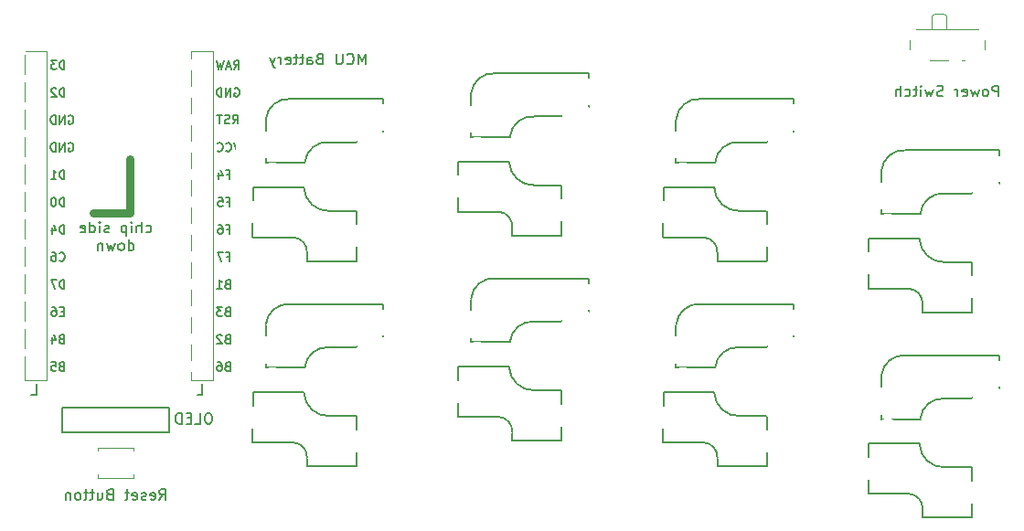
<source format=gbr>
%TF.GenerationSoftware,KiCad,Pcbnew,(5.1.10)-1*%
%TF.CreationDate,2021-09-16T21:08:08-04:00*%
%TF.ProjectId,small-paintbrush-hotswap,736d616c-6c2d-4706-9169-6e7462727573,rev?*%
%TF.SameCoordinates,Original*%
%TF.FileFunction,Legend,Bot*%
%TF.FilePolarity,Positive*%
%FSLAX46Y46*%
G04 Gerber Fmt 4.6, Leading zero omitted, Abs format (unit mm)*
G04 Created by KiCad (PCBNEW (5.1.10)-1) date 2021-09-16 21:08:08*
%MOMM*%
%LPD*%
G01*
G04 APERTURE LIST*
%ADD10C,0.150000*%
%ADD11C,0.120000*%
%ADD12C,0.200000*%
%ADD13C,0.750000*%
%ADD14C,2.100000*%
%ADD15C,0.100000*%
%ADD16C,3.000000*%
%ADD17C,0.100000*%
%ADD18R,2.000000X2.000000*%
%ADD19R,1.900000X2.000000*%
%ADD20C,4.000000*%
%ADD21C,1.900000*%
%ADD22C,1.700000*%
%ADD23C,1.752600*%
%ADD24O,1.700000X1.700000*%
%ADD25R,1.700000X1.700000*%
%ADD26C,0.900000*%
%ADD27R,0.900000X1.700000*%
%ADD28R,1.000000X0.800000*%
%ADD29R,0.700000X1.500000*%
G04 APERTURE END LIST*
D10*
X88703259Y-39124185D02*
X88798497Y-39171804D01*
X88988974Y-39171804D01*
X89084212Y-39124185D01*
X89131831Y-39076566D01*
X89179450Y-38981328D01*
X89179450Y-38695614D01*
X89131831Y-38600376D01*
X89084212Y-38552757D01*
X88988974Y-38505138D01*
X88798497Y-38505138D01*
X88703259Y-38552757D01*
X88274688Y-39171804D02*
X88274688Y-38171804D01*
X87846116Y-39171804D02*
X87846116Y-38647995D01*
X87893736Y-38552757D01*
X87988974Y-38505138D01*
X88131831Y-38505138D01*
X88227069Y-38552757D01*
X88274688Y-38600376D01*
X87369926Y-39171804D02*
X87369926Y-38505138D01*
X87369926Y-38171804D02*
X87417545Y-38219424D01*
X87369926Y-38267043D01*
X87322307Y-38219424D01*
X87369926Y-38171804D01*
X87369926Y-38267043D01*
X86893736Y-38505138D02*
X86893736Y-39505138D01*
X86893736Y-38552757D02*
X86798497Y-38505138D01*
X86608021Y-38505138D01*
X86512783Y-38552757D01*
X86465164Y-38600376D01*
X86417545Y-38695614D01*
X86417545Y-38981328D01*
X86465164Y-39076566D01*
X86512783Y-39124185D01*
X86608021Y-39171804D01*
X86798497Y-39171804D01*
X86893736Y-39124185D01*
X85274688Y-39124185D02*
X85179450Y-39171804D01*
X84988974Y-39171804D01*
X84893736Y-39124185D01*
X84846116Y-39028947D01*
X84846116Y-38981328D01*
X84893736Y-38886090D01*
X84988974Y-38838471D01*
X85131831Y-38838471D01*
X85227069Y-38790852D01*
X85274688Y-38695614D01*
X85274688Y-38647995D01*
X85227069Y-38552757D01*
X85131831Y-38505138D01*
X84988974Y-38505138D01*
X84893736Y-38552757D01*
X84417545Y-39171804D02*
X84417545Y-38505138D01*
X84417545Y-38171804D02*
X84465164Y-38219424D01*
X84417545Y-38267043D01*
X84369926Y-38219424D01*
X84417545Y-38171804D01*
X84417545Y-38267043D01*
X83512783Y-39171804D02*
X83512783Y-38171804D01*
X83512783Y-39124185D02*
X83608021Y-39171804D01*
X83798497Y-39171804D01*
X83893736Y-39124185D01*
X83941355Y-39076566D01*
X83988974Y-38981328D01*
X83988974Y-38695614D01*
X83941355Y-38600376D01*
X83893736Y-38552757D01*
X83798497Y-38505138D01*
X83608021Y-38505138D01*
X83512783Y-38552757D01*
X82655640Y-39124185D02*
X82750878Y-39171804D01*
X82941355Y-39171804D01*
X83036593Y-39124185D01*
X83084212Y-39028947D01*
X83084212Y-38647995D01*
X83036593Y-38552757D01*
X82941355Y-38505138D01*
X82750878Y-38505138D01*
X82655640Y-38552757D01*
X82608021Y-38647995D01*
X82608021Y-38743233D01*
X83084212Y-38838471D01*
X87108021Y-40821804D02*
X87108021Y-39821804D01*
X87108021Y-40774185D02*
X87203259Y-40821804D01*
X87393735Y-40821804D01*
X87488974Y-40774185D01*
X87536593Y-40726566D01*
X87584212Y-40631328D01*
X87584212Y-40345614D01*
X87536593Y-40250376D01*
X87488974Y-40202757D01*
X87393735Y-40155138D01*
X87203259Y-40155138D01*
X87108021Y-40202757D01*
X86488974Y-40821804D02*
X86584212Y-40774185D01*
X86631831Y-40726566D01*
X86679450Y-40631328D01*
X86679450Y-40345614D01*
X86631831Y-40250376D01*
X86584212Y-40202757D01*
X86488974Y-40155138D01*
X86346116Y-40155138D01*
X86250878Y-40202757D01*
X86203259Y-40250376D01*
X86155640Y-40345614D01*
X86155640Y-40631328D01*
X86203259Y-40726566D01*
X86250878Y-40774185D01*
X86346116Y-40821804D01*
X86488974Y-40821804D01*
X85822307Y-40155138D02*
X85631831Y-40821804D01*
X85441355Y-40345614D01*
X85250878Y-40821804D01*
X85060402Y-40155138D01*
X84679450Y-40155138D02*
X84679450Y-40821804D01*
X84679450Y-40250376D02*
X84631831Y-40202757D01*
X84536593Y-40155138D01*
X84393735Y-40155138D01*
X84298497Y-40202757D01*
X84250878Y-40297995D01*
X84250878Y-40821804D01*
X109052688Y-23591804D02*
X109052688Y-22591804D01*
X108719355Y-23306090D01*
X108386021Y-22591804D01*
X108386021Y-23591804D01*
X107338402Y-23496566D02*
X107386021Y-23544185D01*
X107528878Y-23591804D01*
X107624116Y-23591804D01*
X107766974Y-23544185D01*
X107862212Y-23448947D01*
X107909831Y-23353709D01*
X107957450Y-23163233D01*
X107957450Y-23020376D01*
X107909831Y-22829900D01*
X107862212Y-22734662D01*
X107766974Y-22639424D01*
X107624116Y-22591804D01*
X107528878Y-22591804D01*
X107386021Y-22639424D01*
X107338402Y-22687043D01*
X106909831Y-22591804D02*
X106909831Y-23401328D01*
X106862212Y-23496566D01*
X106814593Y-23544185D01*
X106719355Y-23591804D01*
X106528878Y-23591804D01*
X106433640Y-23544185D01*
X106386021Y-23496566D01*
X106338402Y-23401328D01*
X106338402Y-22591804D01*
X104766974Y-23067995D02*
X104624116Y-23115614D01*
X104576497Y-23163233D01*
X104528878Y-23258471D01*
X104528878Y-23401328D01*
X104576497Y-23496566D01*
X104624116Y-23544185D01*
X104719355Y-23591804D01*
X105100307Y-23591804D01*
X105100307Y-22591804D01*
X104766974Y-22591804D01*
X104671736Y-22639424D01*
X104624116Y-22687043D01*
X104576497Y-22782281D01*
X104576497Y-22877519D01*
X104624116Y-22972757D01*
X104671736Y-23020376D01*
X104766974Y-23067995D01*
X105100307Y-23067995D01*
X103671736Y-23591804D02*
X103671736Y-23067995D01*
X103719355Y-22972757D01*
X103814593Y-22925138D01*
X104005069Y-22925138D01*
X104100307Y-22972757D01*
X103671736Y-23544185D02*
X103766974Y-23591804D01*
X104005069Y-23591804D01*
X104100307Y-23544185D01*
X104147926Y-23448947D01*
X104147926Y-23353709D01*
X104100307Y-23258471D01*
X104005069Y-23210852D01*
X103766974Y-23210852D01*
X103671736Y-23163233D01*
X103338402Y-22925138D02*
X102957450Y-22925138D01*
X103195545Y-22591804D02*
X103195545Y-23448947D01*
X103147926Y-23544185D01*
X103052688Y-23591804D01*
X102957450Y-23591804D01*
X102766974Y-22925138D02*
X102386021Y-22925138D01*
X102624116Y-22591804D02*
X102624116Y-23448947D01*
X102576497Y-23544185D01*
X102481259Y-23591804D01*
X102386021Y-23591804D01*
X101671736Y-23544185D02*
X101766974Y-23591804D01*
X101957450Y-23591804D01*
X102052688Y-23544185D01*
X102100307Y-23448947D01*
X102100307Y-23067995D01*
X102052688Y-22972757D01*
X101957450Y-22925138D01*
X101766974Y-22925138D01*
X101671736Y-22972757D01*
X101624116Y-23067995D01*
X101624116Y-23163233D01*
X102100307Y-23258471D01*
X101195545Y-23591804D02*
X101195545Y-22925138D01*
X101195545Y-23115614D02*
X101147926Y-23020376D01*
X101100307Y-22972757D01*
X101005069Y-22925138D01*
X100909831Y-22925138D01*
X100671736Y-22925138D02*
X100433640Y-23591804D01*
X100195545Y-22925138D02*
X100433640Y-23591804D01*
X100528878Y-23829900D01*
X100576497Y-23877519D01*
X100671736Y-23925138D01*
X89949355Y-63944804D02*
X90282688Y-63468614D01*
X90520783Y-63944804D02*
X90520783Y-62944804D01*
X90139831Y-62944804D01*
X90044593Y-62992424D01*
X89996974Y-63040043D01*
X89949355Y-63135281D01*
X89949355Y-63278138D01*
X89996974Y-63373376D01*
X90044593Y-63420995D01*
X90139831Y-63468614D01*
X90520783Y-63468614D01*
X89139831Y-63897185D02*
X89235069Y-63944804D01*
X89425545Y-63944804D01*
X89520783Y-63897185D01*
X89568402Y-63801947D01*
X89568402Y-63420995D01*
X89520783Y-63325757D01*
X89425545Y-63278138D01*
X89235069Y-63278138D01*
X89139831Y-63325757D01*
X89092212Y-63420995D01*
X89092212Y-63516233D01*
X89568402Y-63611471D01*
X88711259Y-63897185D02*
X88616021Y-63944804D01*
X88425545Y-63944804D01*
X88330307Y-63897185D01*
X88282688Y-63801947D01*
X88282688Y-63754328D01*
X88330307Y-63659090D01*
X88425545Y-63611471D01*
X88568402Y-63611471D01*
X88663640Y-63563852D01*
X88711259Y-63468614D01*
X88711259Y-63420995D01*
X88663640Y-63325757D01*
X88568402Y-63278138D01*
X88425545Y-63278138D01*
X88330307Y-63325757D01*
X87473164Y-63897185D02*
X87568402Y-63944804D01*
X87758878Y-63944804D01*
X87854116Y-63897185D01*
X87901736Y-63801947D01*
X87901736Y-63420995D01*
X87854116Y-63325757D01*
X87758878Y-63278138D01*
X87568402Y-63278138D01*
X87473164Y-63325757D01*
X87425545Y-63420995D01*
X87425545Y-63516233D01*
X87901736Y-63611471D01*
X87139831Y-63278138D02*
X86758878Y-63278138D01*
X86996974Y-62944804D02*
X86996974Y-63801947D01*
X86949355Y-63897185D01*
X86854116Y-63944804D01*
X86758878Y-63944804D01*
X85330307Y-63420995D02*
X85187450Y-63468614D01*
X85139831Y-63516233D01*
X85092212Y-63611471D01*
X85092212Y-63754328D01*
X85139831Y-63849566D01*
X85187450Y-63897185D01*
X85282688Y-63944804D01*
X85663640Y-63944804D01*
X85663640Y-62944804D01*
X85330307Y-62944804D01*
X85235069Y-62992424D01*
X85187450Y-63040043D01*
X85139831Y-63135281D01*
X85139831Y-63230519D01*
X85187450Y-63325757D01*
X85235069Y-63373376D01*
X85330307Y-63420995D01*
X85663640Y-63420995D01*
X84235069Y-63278138D02*
X84235069Y-63944804D01*
X84663640Y-63278138D02*
X84663640Y-63801947D01*
X84616021Y-63897185D01*
X84520783Y-63944804D01*
X84377926Y-63944804D01*
X84282688Y-63897185D01*
X84235069Y-63849566D01*
X83901736Y-63278138D02*
X83520783Y-63278138D01*
X83758878Y-62944804D02*
X83758878Y-63801947D01*
X83711259Y-63897185D01*
X83616021Y-63944804D01*
X83520783Y-63944804D01*
X83330307Y-63278138D02*
X82949355Y-63278138D01*
X83187450Y-62944804D02*
X83187450Y-63801947D01*
X83139831Y-63897185D01*
X83044593Y-63944804D01*
X82949355Y-63944804D01*
X82473164Y-63944804D02*
X82568402Y-63897185D01*
X82616021Y-63849566D01*
X82663640Y-63754328D01*
X82663640Y-63468614D01*
X82616021Y-63373376D01*
X82568402Y-63325757D01*
X82473164Y-63278138D01*
X82330307Y-63278138D01*
X82235069Y-63325757D01*
X82187450Y-63373376D01*
X82139831Y-63468614D01*
X82139831Y-63754328D01*
X82187450Y-63849566D01*
X82235069Y-63897185D01*
X82330307Y-63944804D01*
X82473164Y-63944804D01*
X81711259Y-63278138D02*
X81711259Y-63944804D01*
X81711259Y-63373376D02*
X81663640Y-63325757D01*
X81568402Y-63278138D01*
X81425545Y-63278138D01*
X81330307Y-63325757D01*
X81282688Y-63420995D01*
X81282688Y-63944804D01*
X167663641Y-26551805D02*
X167663641Y-25551805D01*
X167282689Y-25551805D01*
X167187451Y-25599425D01*
X167139832Y-25647044D01*
X167092213Y-25742282D01*
X167092213Y-25885139D01*
X167139832Y-25980377D01*
X167187451Y-26027996D01*
X167282689Y-26075615D01*
X167663641Y-26075615D01*
X166520784Y-26551805D02*
X166616022Y-26504186D01*
X166663641Y-26456567D01*
X166711260Y-26361329D01*
X166711260Y-26075615D01*
X166663641Y-25980377D01*
X166616022Y-25932758D01*
X166520784Y-25885139D01*
X166377927Y-25885139D01*
X166282689Y-25932758D01*
X166235070Y-25980377D01*
X166187451Y-26075615D01*
X166187451Y-26361329D01*
X166235070Y-26456567D01*
X166282689Y-26504186D01*
X166377927Y-26551805D01*
X166520784Y-26551805D01*
X165854117Y-25885139D02*
X165663641Y-26551805D01*
X165473165Y-26075615D01*
X165282689Y-26551805D01*
X165092213Y-25885139D01*
X164330308Y-26504186D02*
X164425546Y-26551805D01*
X164616022Y-26551805D01*
X164711260Y-26504186D01*
X164758879Y-26408948D01*
X164758879Y-26027996D01*
X164711260Y-25932758D01*
X164616022Y-25885139D01*
X164425546Y-25885139D01*
X164330308Y-25932758D01*
X164282689Y-26027996D01*
X164282689Y-26123234D01*
X164758879Y-26218472D01*
X163854117Y-26551805D02*
X163854117Y-25885139D01*
X163854117Y-26075615D02*
X163806498Y-25980377D01*
X163758879Y-25932758D01*
X163663641Y-25885139D01*
X163568403Y-25885139D01*
X162520784Y-26504186D02*
X162377927Y-26551805D01*
X162139832Y-26551805D01*
X162044594Y-26504186D01*
X161996975Y-26456567D01*
X161949356Y-26361329D01*
X161949356Y-26266091D01*
X161996975Y-26170853D01*
X162044594Y-26123234D01*
X162139832Y-26075615D01*
X162330308Y-26027996D01*
X162425546Y-25980377D01*
X162473165Y-25932758D01*
X162520784Y-25837520D01*
X162520784Y-25742282D01*
X162473165Y-25647044D01*
X162425546Y-25599425D01*
X162330308Y-25551805D01*
X162092213Y-25551805D01*
X161949356Y-25599425D01*
X161616022Y-25885139D02*
X161425546Y-26551805D01*
X161235070Y-26075615D01*
X161044594Y-26551805D01*
X160854117Y-25885139D01*
X160473165Y-26551805D02*
X160473165Y-25885139D01*
X160473165Y-25551805D02*
X160520784Y-25599425D01*
X160473165Y-25647044D01*
X160425546Y-25599425D01*
X160473165Y-25551805D01*
X160473165Y-25647044D01*
X160139832Y-25885139D02*
X159758879Y-25885139D01*
X159996975Y-25551805D02*
X159996975Y-26408948D01*
X159949356Y-26504186D01*
X159854117Y-26551805D01*
X159758879Y-26551805D01*
X158996975Y-26504186D02*
X159092213Y-26551805D01*
X159282689Y-26551805D01*
X159377927Y-26504186D01*
X159425546Y-26456567D01*
X159473165Y-26361329D01*
X159473165Y-26075615D01*
X159425546Y-25980377D01*
X159377927Y-25932758D01*
X159282689Y-25885139D01*
X159092213Y-25885139D01*
X158996975Y-25932758D01*
X158568403Y-26551805D02*
X158568403Y-25551805D01*
X158139832Y-26551805D02*
X158139832Y-26027996D01*
X158187451Y-25932758D01*
X158282689Y-25885139D01*
X158425546Y-25885139D01*
X158520784Y-25932758D01*
X158568403Y-25980377D01*
X93458212Y-54220804D02*
X93934402Y-54220804D01*
X93934402Y-53220804D01*
X78091212Y-54220804D02*
X78567402Y-54220804D01*
X78567402Y-53220804D01*
D11*
X94910736Y-22399424D02*
X92878736Y-22399424D01*
X94910736Y-52879424D02*
X94910736Y-22399424D01*
X92878736Y-52879424D02*
X94910736Y-52879424D01*
X92878736Y-22399424D02*
X92878736Y-52879424D01*
X77511736Y-22399424D02*
X79543736Y-22399424D01*
X77511736Y-52879424D02*
X77511736Y-22399424D01*
X79543736Y-52879424D02*
X77511736Y-52879424D01*
X79543736Y-22399424D02*
X79543736Y-52879424D01*
D10*
X94585116Y-55887804D02*
X94394640Y-55887804D01*
X94299402Y-55935424D01*
X94204164Y-56030662D01*
X94156545Y-56221138D01*
X94156545Y-56554471D01*
X94204164Y-56744947D01*
X94299402Y-56840185D01*
X94394640Y-56887804D01*
X94585116Y-56887804D01*
X94680355Y-56840185D01*
X94775593Y-56744947D01*
X94823212Y-56554471D01*
X94823212Y-56221138D01*
X94775593Y-56030662D01*
X94680355Y-55935424D01*
X94585116Y-55887804D01*
X93251783Y-56887804D02*
X93727974Y-56887804D01*
X93727974Y-55887804D01*
X92918450Y-56363995D02*
X92585116Y-56363995D01*
X92442259Y-56887804D02*
X92918450Y-56887804D01*
X92918450Y-55887804D01*
X92442259Y-55887804D01*
X92013688Y-56887804D02*
X92013688Y-55887804D01*
X91775593Y-55887804D01*
X91632736Y-55935424D01*
X91537497Y-56030662D01*
X91489878Y-56125900D01*
X91442259Y-56316376D01*
X91442259Y-56459233D01*
X91489878Y-56649709D01*
X91537497Y-56744947D01*
X91632736Y-56840185D01*
X91775593Y-56887804D01*
X92013688Y-56887804D01*
D12*
X90846736Y-57705424D02*
X90846736Y-55419424D01*
X80940736Y-57705424D02*
X80940736Y-55419424D01*
X90846736Y-57705424D02*
X80940736Y-57705424D01*
X80940736Y-55419424D02*
X90846736Y-55419424D01*
D13*
X83854069Y-37361328D02*
X87187402Y-37361328D01*
X87187402Y-32361328D01*
D10*
%TO.C,KEY4*%
X156801737Y-37453424D02*
X160411737Y-37453424D01*
X156801737Y-33499424D02*
X156801737Y-37444424D01*
X167701737Y-31545424D02*
X159076737Y-31545424D01*
X167701737Y-35453424D02*
X167701737Y-31545424D01*
X167701737Y-35499424D02*
X162651737Y-35545424D01*
X165176737Y-46574424D02*
X160626737Y-46574424D01*
X165176737Y-41924424D02*
X162626737Y-41924424D01*
X160326737Y-39724424D02*
X155626737Y-39724424D01*
X159401737Y-44374424D02*
X155626737Y-44374424D01*
X165201737Y-41949423D02*
X165201737Y-46549424D01*
X155626737Y-39749424D02*
X155601738Y-44349424D01*
X160621737Y-45849424D02*
X160621737Y-46549424D01*
X160621737Y-45799424D02*
G75*
G03*
X159401737Y-44379424I-1320000J100000D01*
G01*
X160331737Y-39749424D02*
G75*
G03*
X162701737Y-41919424I2270000J100000D01*
G01*
X160416738Y-37429423D02*
G75*
G02*
X162676737Y-35549424I2069999J-190000D01*
G01*
X156812737Y-33429424D02*
G75*
G02*
X159076737Y-31545424I2074000J-190000D01*
G01*
%TO.C,KEY8*%
X156801739Y-56453423D02*
X160411739Y-56453423D01*
X156801739Y-52499423D02*
X156801739Y-56444423D01*
X167701739Y-50545423D02*
X159076739Y-50545423D01*
X167701739Y-54453423D02*
X167701739Y-50545423D01*
X167701739Y-54499423D02*
X162651739Y-54545423D01*
X165176739Y-65574423D02*
X160626739Y-65574423D01*
X165176739Y-60924423D02*
X162626739Y-60924423D01*
X160326739Y-58724423D02*
X155626739Y-58724423D01*
X159401739Y-63374423D02*
X155626739Y-63374423D01*
X165201739Y-60949422D02*
X165201739Y-65549423D01*
X155626739Y-58749423D02*
X155601740Y-63349423D01*
X160621739Y-64849423D02*
X160621739Y-65549423D01*
X160621739Y-64799423D02*
G75*
G03*
X159401739Y-63379423I-1320000J100000D01*
G01*
X160331739Y-58749423D02*
G75*
G03*
X162701739Y-60919423I2270000J100000D01*
G01*
X160416740Y-56429422D02*
G75*
G02*
X162676739Y-54549423I2069999J-190000D01*
G01*
X156812739Y-52429423D02*
G75*
G02*
X159076739Y-50545423I2074000J-190000D01*
G01*
%TO.C,KEY7*%
X137801739Y-51703426D02*
X141411739Y-51703426D01*
X137801739Y-47749426D02*
X137801739Y-51694426D01*
X148701739Y-45795426D02*
X140076739Y-45795426D01*
X148701739Y-49703426D02*
X148701739Y-45795426D01*
X148701739Y-49749426D02*
X143651739Y-49795426D01*
X146176739Y-60824426D02*
X141626739Y-60824426D01*
X146176739Y-56174426D02*
X143626739Y-56174426D01*
X141326739Y-53974426D02*
X136626739Y-53974426D01*
X140401739Y-58624426D02*
X136626739Y-58624426D01*
X146201739Y-56199425D02*
X146201739Y-60799426D01*
X136626739Y-53999426D02*
X136601740Y-58599426D01*
X141621739Y-60099426D02*
X141621739Y-60799426D01*
X141621739Y-60049426D02*
G75*
G03*
X140401739Y-58629426I-1320000J100000D01*
G01*
X141331739Y-53999426D02*
G75*
G03*
X143701739Y-56169426I2270000J100000D01*
G01*
X141416740Y-51679425D02*
G75*
G02*
X143676739Y-49799426I2069999J-190000D01*
G01*
X137812739Y-47679426D02*
G75*
G02*
X140076739Y-45795426I2074000J-190000D01*
G01*
%TO.C,KEY6*%
X118801739Y-49323424D02*
X122411739Y-49323424D01*
X118801739Y-45369424D02*
X118801739Y-49314424D01*
X129701739Y-43415424D02*
X121076739Y-43415424D01*
X129701739Y-47323424D02*
X129701739Y-43415424D01*
X129701739Y-47369424D02*
X124651739Y-47415424D01*
X127176739Y-58444424D02*
X122626739Y-58444424D01*
X127176739Y-53794424D02*
X124626739Y-53794424D01*
X122326739Y-51594424D02*
X117626739Y-51594424D01*
X121401739Y-56244424D02*
X117626739Y-56244424D01*
X127201739Y-53819423D02*
X127201739Y-58419424D01*
X117626739Y-51619424D02*
X117601740Y-56219424D01*
X122621739Y-57719424D02*
X122621739Y-58419424D01*
X122621739Y-57669424D02*
G75*
G03*
X121401739Y-56249424I-1320000J100000D01*
G01*
X122331739Y-51619424D02*
G75*
G03*
X124701739Y-53789424I2270000J100000D01*
G01*
X122416740Y-49299423D02*
G75*
G02*
X124676739Y-47419424I2069999J-190000D01*
G01*
X118812739Y-45299424D02*
G75*
G02*
X121076739Y-43415424I2074000J-190000D01*
G01*
%TO.C,KEY5*%
X99801736Y-51703424D02*
X103411736Y-51703424D01*
X99801736Y-47749424D02*
X99801736Y-51694424D01*
X110701736Y-45795424D02*
X102076736Y-45795424D01*
X110701736Y-49703424D02*
X110701736Y-45795424D01*
X110701736Y-49749424D02*
X105651736Y-49795424D01*
X108176736Y-60824424D02*
X103626736Y-60824424D01*
X108176736Y-56174424D02*
X105626736Y-56174424D01*
X103326736Y-53974424D02*
X98626736Y-53974424D01*
X102401736Y-58624424D02*
X98626736Y-58624424D01*
X108201736Y-56199423D02*
X108201736Y-60799424D01*
X98626736Y-53999424D02*
X98601737Y-58599424D01*
X103621736Y-60099424D02*
X103621736Y-60799424D01*
X103621736Y-60049424D02*
G75*
G03*
X102401736Y-58629424I-1320000J100000D01*
G01*
X103331736Y-53999424D02*
G75*
G03*
X105701736Y-56169424I2270000J100000D01*
G01*
X103416737Y-51679423D02*
G75*
G02*
X105676736Y-49799424I2069999J-190000D01*
G01*
X99812736Y-47679424D02*
G75*
G02*
X102076736Y-45795424I2074000J-190000D01*
G01*
%TO.C,KEY3*%
X137801739Y-32703426D02*
X141411739Y-32703426D01*
X137801739Y-28749426D02*
X137801739Y-32694426D01*
X148701739Y-26795426D02*
X140076739Y-26795426D01*
X148701739Y-30703426D02*
X148701739Y-26795426D01*
X148701739Y-30749426D02*
X143651739Y-30795426D01*
X146176739Y-41824426D02*
X141626739Y-41824426D01*
X146176739Y-37174426D02*
X143626739Y-37174426D01*
X141326739Y-34974426D02*
X136626739Y-34974426D01*
X140401739Y-39624426D02*
X136626739Y-39624426D01*
X146201739Y-37199425D02*
X146201739Y-41799426D01*
X136626739Y-34999426D02*
X136601740Y-39599426D01*
X141621739Y-41099426D02*
X141621739Y-41799426D01*
X141621739Y-41049426D02*
G75*
G03*
X140401739Y-39629426I-1320000J100000D01*
G01*
X141331739Y-34999426D02*
G75*
G03*
X143701739Y-37169426I2270000J100000D01*
G01*
X141416740Y-32679425D02*
G75*
G02*
X143676739Y-30799426I2069999J-190000D01*
G01*
X137812739Y-28679426D02*
G75*
G02*
X140076739Y-26795426I2074000J-190000D01*
G01*
%TO.C,KEY2*%
X118801737Y-30323424D02*
X122411737Y-30323424D01*
X118801737Y-26369424D02*
X118801737Y-30314424D01*
X129701737Y-24415424D02*
X121076737Y-24415424D01*
X129701737Y-28323424D02*
X129701737Y-24415424D01*
X129701737Y-28369424D02*
X124651737Y-28415424D01*
X127176737Y-39444424D02*
X122626737Y-39444424D01*
X127176737Y-34794424D02*
X124626737Y-34794424D01*
X122326737Y-32594424D02*
X117626737Y-32594424D01*
X121401737Y-37244424D02*
X117626737Y-37244424D01*
X127201737Y-34819423D02*
X127201737Y-39419424D01*
X117626737Y-32619424D02*
X117601738Y-37219424D01*
X122621737Y-38719424D02*
X122621737Y-39419424D01*
X122621737Y-38669424D02*
G75*
G03*
X121401737Y-37249424I-1320000J100000D01*
G01*
X122331737Y-32619424D02*
G75*
G03*
X124701737Y-34789424I2270000J100000D01*
G01*
X122416738Y-30299423D02*
G75*
G02*
X124676737Y-28419424I2069999J-190000D01*
G01*
X118812737Y-26299424D02*
G75*
G02*
X121076737Y-24415424I2074000J-190000D01*
G01*
%TO.C,KEY1*%
X99801737Y-32703424D02*
X103411737Y-32703424D01*
X99801737Y-28749424D02*
X99801737Y-32694424D01*
X110701737Y-26795424D02*
X102076737Y-26795424D01*
X110701737Y-30703424D02*
X110701737Y-26795424D01*
X110701737Y-30749424D02*
X105651737Y-30795424D01*
X108176737Y-41824424D02*
X103626737Y-41824424D01*
X108176737Y-37174424D02*
X105626737Y-37174424D01*
X103326737Y-34974424D02*
X98626737Y-34974424D01*
X102401737Y-39624424D02*
X98626737Y-39624424D01*
X108201737Y-37199423D02*
X108201737Y-41799424D01*
X98626737Y-34999424D02*
X98601738Y-39599424D01*
X103621737Y-41099424D02*
X103621737Y-41799424D01*
X103621737Y-41049424D02*
G75*
G03*
X102401737Y-39629424I-1320000J100000D01*
G01*
X103331737Y-34999424D02*
G75*
G03*
X105701737Y-37169424I2270000J100000D01*
G01*
X103416738Y-32679423D02*
G75*
G02*
X105676737Y-30799424I2069999J-190000D01*
G01*
X99812737Y-28679424D02*
G75*
G02*
X102076737Y-26795424I2074000J-190000D01*
G01*
D11*
%TO.C,PUSH1*%
X87551736Y-61592424D02*
X87551736Y-61892424D01*
X87551736Y-61892424D02*
X84251736Y-61892424D01*
X84251736Y-61892424D02*
X84251736Y-61592424D01*
X87551736Y-59392424D02*
X87551736Y-59092424D01*
X87551736Y-59092424D02*
X84251736Y-59092424D01*
X84251736Y-59092424D02*
X84251736Y-59392424D01*
%TO.C,SW1*%
X164301737Y-23219424D02*
X164501737Y-23219424D01*
X161501737Y-19079424D02*
X161701737Y-18869424D01*
X162801737Y-19079424D02*
X162601737Y-18869424D01*
X161501737Y-20369424D02*
X161501737Y-19079424D01*
X161701737Y-18869424D02*
X162601737Y-18869424D01*
X162801737Y-19079424D02*
X162801737Y-20369424D01*
X160051737Y-20369424D02*
X165751737Y-20369424D01*
X161301737Y-23219424D02*
X163001737Y-23219424D01*
X159451737Y-22169424D02*
X159451737Y-21379424D01*
X166351737Y-21379424D02*
X166351737Y-22169424D01*
%TO.C,U1*%
D10*
X81150212Y-24031328D02*
X81150212Y-23231328D01*
X80959736Y-23231328D01*
X80845450Y-23269424D01*
X80769259Y-23345614D01*
X80731164Y-23421804D01*
X80693069Y-23574185D01*
X80693069Y-23688471D01*
X80731164Y-23840852D01*
X80769259Y-23917043D01*
X80845450Y-23993233D01*
X80959736Y-24031328D01*
X81150212Y-24031328D01*
X80426402Y-23231328D02*
X79931164Y-23231328D01*
X80197831Y-23536090D01*
X80083545Y-23536090D01*
X80007355Y-23574185D01*
X79969259Y-23612281D01*
X79931164Y-23688471D01*
X79931164Y-23878947D01*
X79969259Y-23955138D01*
X80007355Y-23993233D01*
X80083545Y-24031328D01*
X80312116Y-24031328D01*
X80388307Y-23993233D01*
X80426402Y-23955138D01*
X81150212Y-26571328D02*
X81150212Y-25771328D01*
X80959736Y-25771328D01*
X80845450Y-25809424D01*
X80769259Y-25885614D01*
X80731164Y-25961804D01*
X80693069Y-26114185D01*
X80693069Y-26228471D01*
X80731164Y-26380852D01*
X80769259Y-26457043D01*
X80845450Y-26533233D01*
X80959736Y-26571328D01*
X81150212Y-26571328D01*
X80388307Y-25847519D02*
X80350212Y-25809424D01*
X80274021Y-25771328D01*
X80083545Y-25771328D01*
X80007355Y-25809424D01*
X79969259Y-25847519D01*
X79931164Y-25923709D01*
X79931164Y-25999900D01*
X79969259Y-26114185D01*
X80426402Y-26571328D01*
X79931164Y-26571328D01*
X81150212Y-36731328D02*
X81150212Y-35931328D01*
X80959736Y-35931328D01*
X80845450Y-35969424D01*
X80769259Y-36045614D01*
X80731164Y-36121804D01*
X80693069Y-36274185D01*
X80693069Y-36388471D01*
X80731164Y-36540852D01*
X80769259Y-36617043D01*
X80845450Y-36693233D01*
X80959736Y-36731328D01*
X81150212Y-36731328D01*
X80197831Y-35931328D02*
X80121640Y-35931328D01*
X80045450Y-35969424D01*
X80007355Y-36007519D01*
X79969259Y-36083709D01*
X79931164Y-36236090D01*
X79931164Y-36426566D01*
X79969259Y-36578947D01*
X80007355Y-36655138D01*
X80045450Y-36693233D01*
X80121640Y-36731328D01*
X80197831Y-36731328D01*
X80274021Y-36693233D01*
X80312116Y-36655138D01*
X80350212Y-36578947D01*
X80388307Y-36426566D01*
X80388307Y-36236090D01*
X80350212Y-36083709D01*
X80312116Y-36007519D01*
X80274021Y-35969424D01*
X80197831Y-35931328D01*
X81150212Y-34191328D02*
X81150212Y-33391328D01*
X80959736Y-33391328D01*
X80845450Y-33429424D01*
X80769259Y-33505614D01*
X80731164Y-33581804D01*
X80693069Y-33734185D01*
X80693069Y-33848471D01*
X80731164Y-34000852D01*
X80769259Y-34077043D01*
X80845450Y-34153233D01*
X80959736Y-34191328D01*
X81150212Y-34191328D01*
X79931164Y-34191328D02*
X80388307Y-34191328D01*
X80159736Y-34191328D02*
X80159736Y-33391328D01*
X80235926Y-33505614D01*
X80312116Y-33581804D01*
X80388307Y-33619900D01*
X81550259Y-30889424D02*
X81626450Y-30851328D01*
X81740736Y-30851328D01*
X81855021Y-30889424D01*
X81931212Y-30965614D01*
X81969307Y-31041804D01*
X82007402Y-31194185D01*
X82007402Y-31308471D01*
X81969307Y-31460852D01*
X81931212Y-31537043D01*
X81855021Y-31613233D01*
X81740736Y-31651328D01*
X81664545Y-31651328D01*
X81550259Y-31613233D01*
X81512164Y-31575138D01*
X81512164Y-31308471D01*
X81664545Y-31308471D01*
X81169307Y-31651328D02*
X81169307Y-30851328D01*
X80712164Y-31651328D01*
X80712164Y-30851328D01*
X80331212Y-31651328D02*
X80331212Y-30851328D01*
X80140736Y-30851328D01*
X80026450Y-30889424D01*
X79950259Y-30965614D01*
X79912164Y-31041804D01*
X79874069Y-31194185D01*
X79874069Y-31308471D01*
X79912164Y-31460852D01*
X79950259Y-31537043D01*
X80026450Y-31613233D01*
X80140736Y-31651328D01*
X80331212Y-31651328D01*
X81550259Y-28349424D02*
X81626450Y-28311328D01*
X81740736Y-28311328D01*
X81855021Y-28349424D01*
X81931212Y-28425614D01*
X81969307Y-28501804D01*
X82007402Y-28654185D01*
X82007402Y-28768471D01*
X81969307Y-28920852D01*
X81931212Y-28997043D01*
X81855021Y-29073233D01*
X81740736Y-29111328D01*
X81664545Y-29111328D01*
X81550259Y-29073233D01*
X81512164Y-29035138D01*
X81512164Y-28768471D01*
X81664545Y-28768471D01*
X81169307Y-29111328D02*
X81169307Y-28311328D01*
X80712164Y-29111328D01*
X80712164Y-28311328D01*
X80331212Y-29111328D02*
X80331212Y-28311328D01*
X80140736Y-28311328D01*
X80026450Y-28349424D01*
X79950259Y-28425614D01*
X79912164Y-28501804D01*
X79874069Y-28654185D01*
X79874069Y-28768471D01*
X79912164Y-28920852D01*
X79950259Y-28997043D01*
X80026450Y-29073233D01*
X80140736Y-29111328D01*
X80331212Y-29111328D01*
X81150212Y-39271328D02*
X81150212Y-38471328D01*
X80959736Y-38471328D01*
X80845450Y-38509424D01*
X80769259Y-38585614D01*
X80731164Y-38661804D01*
X80693069Y-38814185D01*
X80693069Y-38928471D01*
X80731164Y-39080852D01*
X80769259Y-39157043D01*
X80845450Y-39233233D01*
X80959736Y-39271328D01*
X81150212Y-39271328D01*
X80007355Y-38737995D02*
X80007355Y-39271328D01*
X80197831Y-38433233D02*
X80388307Y-39004662D01*
X79893069Y-39004662D01*
X80693069Y-41735138D02*
X80731164Y-41773233D01*
X80845450Y-41811328D01*
X80921640Y-41811328D01*
X81035926Y-41773233D01*
X81112116Y-41697043D01*
X81150212Y-41620852D01*
X81188307Y-41468471D01*
X81188307Y-41354185D01*
X81150212Y-41201804D01*
X81112116Y-41125614D01*
X81035926Y-41049424D01*
X80921640Y-41011328D01*
X80845450Y-41011328D01*
X80731164Y-41049424D01*
X80693069Y-41087519D01*
X80007355Y-41011328D02*
X80159736Y-41011328D01*
X80235926Y-41049424D01*
X80274021Y-41087519D01*
X80350212Y-41201804D01*
X80388307Y-41354185D01*
X80388307Y-41658947D01*
X80350212Y-41735138D01*
X80312116Y-41773233D01*
X80235926Y-41811328D01*
X80083545Y-41811328D01*
X80007355Y-41773233D01*
X79969259Y-41735138D01*
X79931164Y-41658947D01*
X79931164Y-41468471D01*
X79969259Y-41392281D01*
X80007355Y-41354185D01*
X80083545Y-41316090D01*
X80235926Y-41316090D01*
X80312116Y-41354185D01*
X80350212Y-41392281D01*
X80388307Y-41468471D01*
X81150212Y-44351328D02*
X81150212Y-43551328D01*
X80959736Y-43551328D01*
X80845450Y-43589424D01*
X80769259Y-43665614D01*
X80731164Y-43741804D01*
X80693069Y-43894185D01*
X80693069Y-44008471D01*
X80731164Y-44160852D01*
X80769259Y-44237043D01*
X80845450Y-44313233D01*
X80959736Y-44351328D01*
X81150212Y-44351328D01*
X80426402Y-43551328D02*
X79893069Y-43551328D01*
X80235926Y-44351328D01*
X81112116Y-46472281D02*
X80845450Y-46472281D01*
X80731164Y-46891328D02*
X81112116Y-46891328D01*
X81112116Y-46091328D01*
X80731164Y-46091328D01*
X80045450Y-46091328D02*
X80197831Y-46091328D01*
X80274021Y-46129424D01*
X80312116Y-46167519D01*
X80388307Y-46281804D01*
X80426402Y-46434185D01*
X80426402Y-46738947D01*
X80388307Y-46815138D01*
X80350212Y-46853233D01*
X80274021Y-46891328D01*
X80121640Y-46891328D01*
X80045450Y-46853233D01*
X80007355Y-46815138D01*
X79969259Y-46738947D01*
X79969259Y-46548471D01*
X80007355Y-46472281D01*
X80045450Y-46434185D01*
X80121640Y-46396090D01*
X80274021Y-46396090D01*
X80350212Y-46434185D01*
X80388307Y-46472281D01*
X80426402Y-46548471D01*
X80883545Y-49012281D02*
X80769259Y-49050376D01*
X80731164Y-49088471D01*
X80693069Y-49164662D01*
X80693069Y-49278947D01*
X80731164Y-49355138D01*
X80769259Y-49393233D01*
X80845450Y-49431328D01*
X81150212Y-49431328D01*
X81150212Y-48631328D01*
X80883545Y-48631328D01*
X80807355Y-48669424D01*
X80769259Y-48707519D01*
X80731164Y-48783709D01*
X80731164Y-48859900D01*
X80769259Y-48936090D01*
X80807355Y-48974185D01*
X80883545Y-49012281D01*
X81150212Y-49012281D01*
X80007355Y-48897995D02*
X80007355Y-49431328D01*
X80197831Y-48593233D02*
X80388307Y-49164662D01*
X79893069Y-49164662D01*
X80883545Y-51552281D02*
X80769259Y-51590376D01*
X80731164Y-51628471D01*
X80693069Y-51704662D01*
X80693069Y-51818947D01*
X80731164Y-51895138D01*
X80769259Y-51933233D01*
X80845450Y-51971328D01*
X81150212Y-51971328D01*
X81150212Y-51171328D01*
X80883545Y-51171328D01*
X80807355Y-51209424D01*
X80769259Y-51247519D01*
X80731164Y-51323709D01*
X80731164Y-51399900D01*
X80769259Y-51476090D01*
X80807355Y-51514185D01*
X80883545Y-51552281D01*
X81150212Y-51552281D01*
X79969259Y-51171328D02*
X80350212Y-51171328D01*
X80388307Y-51552281D01*
X80350212Y-51514185D01*
X80274021Y-51476090D01*
X80083545Y-51476090D01*
X80007355Y-51514185D01*
X79969259Y-51552281D01*
X79931164Y-51628471D01*
X79931164Y-51818947D01*
X79969259Y-51895138D01*
X80007355Y-51933233D01*
X80083545Y-51971328D01*
X80274021Y-51971328D01*
X80350212Y-51933233D01*
X80388307Y-51895138D01*
X96250545Y-51552281D02*
X96136259Y-51590376D01*
X96098164Y-51628471D01*
X96060069Y-51704662D01*
X96060069Y-51818947D01*
X96098164Y-51895138D01*
X96136259Y-51933233D01*
X96212450Y-51971328D01*
X96517212Y-51971328D01*
X96517212Y-51171328D01*
X96250545Y-51171328D01*
X96174355Y-51209424D01*
X96136259Y-51247519D01*
X96098164Y-51323709D01*
X96098164Y-51399900D01*
X96136259Y-51476090D01*
X96174355Y-51514185D01*
X96250545Y-51552281D01*
X96517212Y-51552281D01*
X95374355Y-51171328D02*
X95526736Y-51171328D01*
X95602926Y-51209424D01*
X95641021Y-51247519D01*
X95717212Y-51361804D01*
X95755307Y-51514185D01*
X95755307Y-51818947D01*
X95717212Y-51895138D01*
X95679116Y-51933233D01*
X95602926Y-51971328D01*
X95450545Y-51971328D01*
X95374355Y-51933233D01*
X95336259Y-51895138D01*
X95298164Y-51818947D01*
X95298164Y-51628471D01*
X95336259Y-51552281D01*
X95374355Y-51514185D01*
X95450545Y-51476090D01*
X95602926Y-51476090D01*
X95679116Y-51514185D01*
X95717212Y-51552281D01*
X95755307Y-51628471D01*
X96250545Y-46472281D02*
X96136259Y-46510376D01*
X96098164Y-46548471D01*
X96060069Y-46624662D01*
X96060069Y-46738947D01*
X96098164Y-46815138D01*
X96136259Y-46853233D01*
X96212450Y-46891328D01*
X96517212Y-46891328D01*
X96517212Y-46091328D01*
X96250545Y-46091328D01*
X96174355Y-46129424D01*
X96136259Y-46167519D01*
X96098164Y-46243709D01*
X96098164Y-46319900D01*
X96136259Y-46396090D01*
X96174355Y-46434185D01*
X96250545Y-46472281D01*
X96517212Y-46472281D01*
X95793402Y-46091328D02*
X95298164Y-46091328D01*
X95564831Y-46396090D01*
X95450545Y-46396090D01*
X95374355Y-46434185D01*
X95336259Y-46472281D01*
X95298164Y-46548471D01*
X95298164Y-46738947D01*
X95336259Y-46815138D01*
X95374355Y-46853233D01*
X95450545Y-46891328D01*
X95679116Y-46891328D01*
X95755307Y-46853233D01*
X95793402Y-46815138D01*
X96250545Y-43932281D02*
X96136259Y-43970376D01*
X96098164Y-44008471D01*
X96060069Y-44084662D01*
X96060069Y-44198947D01*
X96098164Y-44275138D01*
X96136259Y-44313233D01*
X96212450Y-44351328D01*
X96517212Y-44351328D01*
X96517212Y-43551328D01*
X96250545Y-43551328D01*
X96174355Y-43589424D01*
X96136259Y-43627519D01*
X96098164Y-43703709D01*
X96098164Y-43779900D01*
X96136259Y-43856090D01*
X96174355Y-43894185D01*
X96250545Y-43932281D01*
X96517212Y-43932281D01*
X95298164Y-44351328D02*
X95755307Y-44351328D01*
X95526736Y-44351328D02*
X95526736Y-43551328D01*
X95602926Y-43665614D01*
X95679116Y-43741804D01*
X95755307Y-43779900D01*
X96193402Y-33772281D02*
X96460069Y-33772281D01*
X96460069Y-34191328D02*
X96460069Y-33391328D01*
X96079116Y-33391328D01*
X95431497Y-33657995D02*
X95431497Y-34191328D01*
X95621974Y-33353233D02*
X95812450Y-33924662D01*
X95317212Y-33924662D01*
X97374402Y-30851328D02*
X97107736Y-31651328D01*
X96841069Y-30851328D01*
X96117259Y-31575138D02*
X96155355Y-31613233D01*
X96269640Y-31651328D01*
X96345831Y-31651328D01*
X96460116Y-31613233D01*
X96536307Y-31537043D01*
X96574402Y-31460852D01*
X96612497Y-31308471D01*
X96612497Y-31194185D01*
X96574402Y-31041804D01*
X96536307Y-30965614D01*
X96460116Y-30889424D01*
X96345831Y-30851328D01*
X96269640Y-30851328D01*
X96155355Y-30889424D01*
X96117259Y-30927519D01*
X95317259Y-31575138D02*
X95355355Y-31613233D01*
X95469640Y-31651328D01*
X95545831Y-31651328D01*
X95660116Y-31613233D01*
X95736307Y-31537043D01*
X95774402Y-31460852D01*
X95812497Y-31308471D01*
X95812497Y-31194185D01*
X95774402Y-31041804D01*
X95736307Y-30965614D01*
X95660116Y-30889424D01*
X95545831Y-30851328D01*
X95469640Y-30851328D01*
X95355355Y-30889424D01*
X95317259Y-30927519D01*
X96745831Y-29081328D02*
X97012497Y-28700376D01*
X97202974Y-29081328D02*
X97202974Y-28281328D01*
X96898212Y-28281328D01*
X96822021Y-28319424D01*
X96783926Y-28357519D01*
X96745831Y-28433709D01*
X96745831Y-28547995D01*
X96783926Y-28624185D01*
X96822021Y-28662281D01*
X96898212Y-28700376D01*
X97202974Y-28700376D01*
X96441069Y-29043233D02*
X96326783Y-29081328D01*
X96136307Y-29081328D01*
X96060116Y-29043233D01*
X96022021Y-29005138D01*
X95983926Y-28928947D01*
X95983926Y-28852757D01*
X96022021Y-28776566D01*
X96060116Y-28738471D01*
X96136307Y-28700376D01*
X96288688Y-28662281D01*
X96364878Y-28624185D01*
X96402974Y-28586090D01*
X96441069Y-28509900D01*
X96441069Y-28433709D01*
X96402974Y-28357519D01*
X96364878Y-28319424D01*
X96288688Y-28281328D01*
X96098212Y-28281328D01*
X95983926Y-28319424D01*
X95755355Y-28281328D02*
X95298212Y-28281328D01*
X95526783Y-29081328D02*
X95526783Y-28281328D01*
X96917259Y-25809424D02*
X96993450Y-25771328D01*
X97107736Y-25771328D01*
X97222021Y-25809424D01*
X97298212Y-25885614D01*
X97336307Y-25961804D01*
X97374402Y-26114185D01*
X97374402Y-26228471D01*
X97336307Y-26380852D01*
X97298212Y-26457043D01*
X97222021Y-26533233D01*
X97107736Y-26571328D01*
X97031545Y-26571328D01*
X96917259Y-26533233D01*
X96879164Y-26495138D01*
X96879164Y-26228471D01*
X97031545Y-26228471D01*
X96536307Y-26571328D02*
X96536307Y-25771328D01*
X96079164Y-26571328D01*
X96079164Y-25771328D01*
X95698212Y-26571328D02*
X95698212Y-25771328D01*
X95507736Y-25771328D01*
X95393450Y-25809424D01*
X95317259Y-25885614D01*
X95279164Y-25961804D01*
X95241069Y-26114185D01*
X95241069Y-26228471D01*
X95279164Y-26380852D01*
X95317259Y-26457043D01*
X95393450Y-26533233D01*
X95507736Y-26571328D01*
X95698212Y-26571328D01*
X96860116Y-24031328D02*
X97126783Y-23650376D01*
X97317259Y-24031328D02*
X97317259Y-23231328D01*
X97012497Y-23231328D01*
X96936307Y-23269424D01*
X96898212Y-23307519D01*
X96860116Y-23383709D01*
X96860116Y-23497995D01*
X96898212Y-23574185D01*
X96936307Y-23612281D01*
X97012497Y-23650376D01*
X97317259Y-23650376D01*
X96555355Y-23802757D02*
X96174402Y-23802757D01*
X96631545Y-24031328D02*
X96364878Y-23231328D01*
X96098212Y-24031328D01*
X95907736Y-23231328D02*
X95717259Y-24031328D01*
X95564878Y-23459900D01*
X95412497Y-24031328D01*
X95222021Y-23231328D01*
X96193402Y-36312281D02*
X96460069Y-36312281D01*
X96460069Y-36731328D02*
X96460069Y-35931328D01*
X96079116Y-35931328D01*
X95393402Y-35931328D02*
X95774355Y-35931328D01*
X95812450Y-36312281D01*
X95774355Y-36274185D01*
X95698164Y-36236090D01*
X95507688Y-36236090D01*
X95431497Y-36274185D01*
X95393402Y-36312281D01*
X95355307Y-36388471D01*
X95355307Y-36578947D01*
X95393402Y-36655138D01*
X95431497Y-36693233D01*
X95507688Y-36731328D01*
X95698164Y-36731328D01*
X95774355Y-36693233D01*
X95812450Y-36655138D01*
X96193402Y-38852281D02*
X96460069Y-38852281D01*
X96460069Y-39271328D02*
X96460069Y-38471328D01*
X96079116Y-38471328D01*
X95431497Y-38471328D02*
X95583878Y-38471328D01*
X95660069Y-38509424D01*
X95698164Y-38547519D01*
X95774355Y-38661804D01*
X95812450Y-38814185D01*
X95812450Y-39118947D01*
X95774355Y-39195138D01*
X95736259Y-39233233D01*
X95660069Y-39271328D01*
X95507688Y-39271328D01*
X95431497Y-39233233D01*
X95393402Y-39195138D01*
X95355307Y-39118947D01*
X95355307Y-38928471D01*
X95393402Y-38852281D01*
X95431497Y-38814185D01*
X95507688Y-38776090D01*
X95660069Y-38776090D01*
X95736259Y-38814185D01*
X95774355Y-38852281D01*
X95812450Y-38928471D01*
X96193402Y-41392281D02*
X96460069Y-41392281D01*
X96460069Y-41811328D02*
X96460069Y-41011328D01*
X96079116Y-41011328D01*
X95850545Y-41011328D02*
X95317212Y-41011328D01*
X95660069Y-41811328D01*
X96250545Y-49012281D02*
X96136259Y-49050376D01*
X96098164Y-49088471D01*
X96060069Y-49164662D01*
X96060069Y-49278947D01*
X96098164Y-49355138D01*
X96136259Y-49393233D01*
X96212450Y-49431328D01*
X96517212Y-49431328D01*
X96517212Y-48631328D01*
X96250545Y-48631328D01*
X96174355Y-48669424D01*
X96136259Y-48707519D01*
X96098164Y-48783709D01*
X96098164Y-48859900D01*
X96136259Y-48936090D01*
X96174355Y-48974185D01*
X96250545Y-49012281D01*
X96517212Y-49012281D01*
X95755307Y-48707519D02*
X95717212Y-48669424D01*
X95641021Y-48631328D01*
X95450545Y-48631328D01*
X95374355Y-48669424D01*
X95336259Y-48707519D01*
X95298164Y-48783709D01*
X95298164Y-48859900D01*
X95336259Y-48974185D01*
X95793402Y-49431328D01*
X95298164Y-49431328D01*
%TD*%
%LPC*%
D14*
%TO.C,REF\u002A\u002A*%
X98401737Y-65599424D03*
%TD*%
%TO.C,REF\u002A\u002A*%
X147401737Y-65599424D03*
%TD*%
%TO.C,REF\u002A\u002A*%
X147401737Y-21599424D03*
%TD*%
%TO.C,REF\u002A\u002A*%
X98401737Y-21599424D03*
%TD*%
D15*
%TO.C,KEY4*%
G36*
X167401737Y-32069424D02*
G01*
X169801737Y-32069424D01*
X169801737Y-32519424D01*
X170451737Y-32519424D01*
X170451737Y-34019424D01*
X169801737Y-34019424D01*
X169801737Y-34469424D01*
X167401737Y-34469424D01*
X167401737Y-32069424D01*
G37*
G36*
X157251737Y-37059424D02*
G01*
X154751737Y-37059424D01*
X154751737Y-36559424D01*
X154051737Y-36559424D01*
X154051737Y-35059424D01*
X154751737Y-35059424D01*
X154751737Y-34559424D01*
X157251737Y-34559424D01*
X157251737Y-37059424D01*
G37*
D16*
X166711737Y-35809424D03*
X166711737Y-35809424D03*
X160361737Y-33269424D03*
D17*
X166726737Y-35769424D03*
D16*
X167901737Y-42049424D03*
D18*
X154801737Y-42049424D03*
D19*
X165701737Y-44249424D03*
D16*
X157901737Y-42049424D03*
X162901737Y-44249424D03*
D17*
X159076737Y-35769424D03*
D16*
X165441737Y-33269424D03*
D20*
X162901737Y-38349424D03*
D21*
X157401737Y-38349424D03*
X168401737Y-38349424D03*
D22*
X167981737Y-38349424D03*
X157821737Y-38349424D03*
D16*
X159091737Y-35809423D03*
%TD*%
D15*
%TO.C,KEY8*%
G36*
X167401739Y-51069423D02*
G01*
X169801739Y-51069423D01*
X169801739Y-51519423D01*
X170451739Y-51519423D01*
X170451739Y-53019423D01*
X169801739Y-53019423D01*
X169801739Y-53469423D01*
X167401739Y-53469423D01*
X167401739Y-51069423D01*
G37*
G36*
X157251739Y-56059423D02*
G01*
X154751739Y-56059423D01*
X154751739Y-55559423D01*
X154051739Y-55559423D01*
X154051739Y-54059423D01*
X154751739Y-54059423D01*
X154751739Y-53559423D01*
X157251739Y-53559423D01*
X157251739Y-56059423D01*
G37*
D16*
X166711739Y-54809423D03*
X166711739Y-54809423D03*
X160361739Y-52269423D03*
D17*
X166726739Y-54769423D03*
D16*
X167901739Y-61049423D03*
D18*
X154801739Y-61049423D03*
D19*
X165701739Y-63249423D03*
D16*
X157901739Y-61049423D03*
X162901739Y-63249423D03*
D17*
X159076739Y-54769423D03*
D16*
X165441739Y-52269423D03*
D20*
X162901739Y-57349423D03*
D21*
X157401739Y-57349423D03*
X168401739Y-57349423D03*
D22*
X167981739Y-57349423D03*
X157821739Y-57349423D03*
D16*
X159091739Y-54809422D03*
%TD*%
D15*
%TO.C,KEY7*%
G36*
X148401739Y-46319426D02*
G01*
X150801739Y-46319426D01*
X150801739Y-46769426D01*
X151451739Y-46769426D01*
X151451739Y-48269426D01*
X150801739Y-48269426D01*
X150801739Y-48719426D01*
X148401739Y-48719426D01*
X148401739Y-46319426D01*
G37*
G36*
X138251739Y-51309426D02*
G01*
X135751739Y-51309426D01*
X135751739Y-50809426D01*
X135051739Y-50809426D01*
X135051739Y-49309426D01*
X135751739Y-49309426D01*
X135751739Y-48809426D01*
X138251739Y-48809426D01*
X138251739Y-51309426D01*
G37*
D16*
X147711739Y-50059426D03*
X147711739Y-50059426D03*
X141361739Y-47519426D03*
D17*
X147726739Y-50019426D03*
D16*
X148901739Y-56299426D03*
D18*
X135801739Y-56299426D03*
D19*
X146701739Y-58499426D03*
D16*
X138901739Y-56299426D03*
X143901739Y-58499426D03*
D17*
X140076739Y-50019426D03*
D16*
X146441739Y-47519426D03*
D20*
X143901739Y-52599426D03*
D21*
X138401739Y-52599426D03*
X149401739Y-52599426D03*
D22*
X148981739Y-52599426D03*
X138821739Y-52599426D03*
D16*
X140091739Y-50059425D03*
%TD*%
D15*
%TO.C,KEY6*%
G36*
X129401739Y-43939424D02*
G01*
X131801739Y-43939424D01*
X131801739Y-44389424D01*
X132451739Y-44389424D01*
X132451739Y-45889424D01*
X131801739Y-45889424D01*
X131801739Y-46339424D01*
X129401739Y-46339424D01*
X129401739Y-43939424D01*
G37*
G36*
X119251739Y-48929424D02*
G01*
X116751739Y-48929424D01*
X116751739Y-48429424D01*
X116051739Y-48429424D01*
X116051739Y-46929424D01*
X116751739Y-46929424D01*
X116751739Y-46429424D01*
X119251739Y-46429424D01*
X119251739Y-48929424D01*
G37*
D16*
X128711739Y-47679424D03*
X128711739Y-47679424D03*
X122361739Y-45139424D03*
D17*
X128726739Y-47639424D03*
D16*
X129901739Y-53919424D03*
D18*
X116801739Y-53919424D03*
D19*
X127701739Y-56119424D03*
D16*
X119901739Y-53919424D03*
X124901739Y-56119424D03*
D17*
X121076739Y-47639424D03*
D16*
X127441739Y-45139424D03*
D20*
X124901739Y-50219424D03*
D21*
X119401739Y-50219424D03*
X130401739Y-50219424D03*
D22*
X129981739Y-50219424D03*
X119821739Y-50219424D03*
D16*
X121091739Y-47679423D03*
%TD*%
D15*
%TO.C,KEY5*%
G36*
X110401736Y-46319424D02*
G01*
X112801736Y-46319424D01*
X112801736Y-46769424D01*
X113451736Y-46769424D01*
X113451736Y-48269424D01*
X112801736Y-48269424D01*
X112801736Y-48719424D01*
X110401736Y-48719424D01*
X110401736Y-46319424D01*
G37*
G36*
X100251736Y-51309424D02*
G01*
X97751736Y-51309424D01*
X97751736Y-50809424D01*
X97051736Y-50809424D01*
X97051736Y-49309424D01*
X97751736Y-49309424D01*
X97751736Y-48809424D01*
X100251736Y-48809424D01*
X100251736Y-51309424D01*
G37*
D16*
X109711736Y-50059424D03*
X109711736Y-50059424D03*
X103361736Y-47519424D03*
D17*
X109726736Y-50019424D03*
D16*
X110901736Y-56299424D03*
D18*
X97801736Y-56299424D03*
D19*
X108701736Y-58499424D03*
D16*
X100901736Y-56299424D03*
X105901736Y-58499424D03*
D17*
X102076736Y-50019424D03*
D16*
X108441736Y-47519424D03*
D20*
X105901736Y-52599424D03*
D21*
X100401736Y-52599424D03*
X111401736Y-52599424D03*
D22*
X110981736Y-52599424D03*
X100821736Y-52599424D03*
D16*
X102091736Y-50059423D03*
%TD*%
D15*
%TO.C,KEY3*%
G36*
X148401739Y-27319426D02*
G01*
X150801739Y-27319426D01*
X150801739Y-27769426D01*
X151451739Y-27769426D01*
X151451739Y-29269426D01*
X150801739Y-29269426D01*
X150801739Y-29719426D01*
X148401739Y-29719426D01*
X148401739Y-27319426D01*
G37*
G36*
X138251739Y-32309426D02*
G01*
X135751739Y-32309426D01*
X135751739Y-31809426D01*
X135051739Y-31809426D01*
X135051739Y-30309426D01*
X135751739Y-30309426D01*
X135751739Y-29809426D01*
X138251739Y-29809426D01*
X138251739Y-32309426D01*
G37*
D16*
X147711739Y-31059426D03*
X147711739Y-31059426D03*
X141361739Y-28519426D03*
D17*
X147726739Y-31019426D03*
D16*
X148901739Y-37299426D03*
D18*
X135801739Y-37299426D03*
D19*
X146701739Y-39499426D03*
D16*
X138901739Y-37299426D03*
X143901739Y-39499426D03*
D17*
X140076739Y-31019426D03*
D16*
X146441739Y-28519426D03*
D20*
X143901739Y-33599426D03*
D21*
X138401739Y-33599426D03*
X149401739Y-33599426D03*
D22*
X148981739Y-33599426D03*
X138821739Y-33599426D03*
D16*
X140091739Y-31059425D03*
%TD*%
D15*
%TO.C,KEY2*%
G36*
X129401737Y-24939424D02*
G01*
X131801737Y-24939424D01*
X131801737Y-25389424D01*
X132451737Y-25389424D01*
X132451737Y-26889424D01*
X131801737Y-26889424D01*
X131801737Y-27339424D01*
X129401737Y-27339424D01*
X129401737Y-24939424D01*
G37*
G36*
X119251737Y-29929424D02*
G01*
X116751737Y-29929424D01*
X116751737Y-29429424D01*
X116051737Y-29429424D01*
X116051737Y-27929424D01*
X116751737Y-27929424D01*
X116751737Y-27429424D01*
X119251737Y-27429424D01*
X119251737Y-29929424D01*
G37*
D16*
X128711737Y-28679424D03*
X128711737Y-28679424D03*
X122361737Y-26139424D03*
D17*
X128726737Y-28639424D03*
D16*
X129901737Y-34919424D03*
D18*
X116801737Y-34919424D03*
D19*
X127701737Y-37119424D03*
D16*
X119901737Y-34919424D03*
X124901737Y-37119424D03*
D17*
X121076737Y-28639424D03*
D16*
X127441737Y-26139424D03*
D20*
X124901737Y-31219424D03*
D21*
X119401737Y-31219424D03*
X130401737Y-31219424D03*
D22*
X129981737Y-31219424D03*
X119821737Y-31219424D03*
D16*
X121091737Y-28679423D03*
%TD*%
D15*
%TO.C,KEY1*%
G36*
X110401737Y-27319424D02*
G01*
X112801737Y-27319424D01*
X112801737Y-27769424D01*
X113451737Y-27769424D01*
X113451737Y-29269424D01*
X112801737Y-29269424D01*
X112801737Y-29719424D01*
X110401737Y-29719424D01*
X110401737Y-27319424D01*
G37*
G36*
X100251737Y-32309424D02*
G01*
X97751737Y-32309424D01*
X97751737Y-31809424D01*
X97051737Y-31809424D01*
X97051737Y-30309424D01*
X97751737Y-30309424D01*
X97751737Y-29809424D01*
X100251737Y-29809424D01*
X100251737Y-32309424D01*
G37*
D16*
X109711737Y-31059424D03*
X109711737Y-31059424D03*
X103361737Y-28519424D03*
D17*
X109726737Y-31019424D03*
D16*
X110901737Y-37299424D03*
D18*
X97801737Y-37299424D03*
D19*
X108701737Y-39499424D03*
D16*
X100901737Y-37299424D03*
X105901737Y-39499424D03*
D17*
X102076737Y-31019424D03*
D16*
X108441737Y-28519424D03*
D20*
X105901737Y-33599424D03*
D21*
X100401737Y-33599424D03*
X111401737Y-33599424D03*
D22*
X110981737Y-33599424D03*
X100821737Y-33599424D03*
D16*
X102091737Y-31059423D03*
%TD*%
D23*
%TO.C,U1*%
X93640736Y-46529424D03*
X93640736Y-49069424D03*
X93640736Y-51609424D03*
X78400736Y-49069424D03*
X78400736Y-46529424D03*
X78400736Y-43989424D03*
X78400736Y-41449424D03*
X78400736Y-38909424D03*
X78400736Y-36369424D03*
X78400736Y-33829424D03*
X78400736Y-31289424D03*
X78400736Y-28749424D03*
X78400736Y-26209424D03*
X78400736Y-23669424D03*
X93640736Y-23669424D03*
X78400736Y-51609424D03*
X93640736Y-26209424D03*
X93640736Y-28749424D03*
X93640736Y-31289424D03*
X93640736Y-33829424D03*
X93640736Y-36369424D03*
X93640736Y-38909424D03*
X93640736Y-41449424D03*
X93640736Y-43989424D03*
%TD*%
%TO.C,U2*%
X76749736Y-42719424D03*
X76749736Y-40179424D03*
X76749736Y-37639424D03*
X76749736Y-35099424D03*
X76749736Y-32559424D03*
X76749736Y-30019424D03*
X76749736Y-27479424D03*
X76749736Y-24939424D03*
X91989736Y-50339424D03*
X76749736Y-22399424D03*
X91989736Y-22399424D03*
X91989736Y-24939424D03*
X91989736Y-27479424D03*
X91989736Y-30019424D03*
X91989736Y-32559424D03*
X91989736Y-35099424D03*
X91989736Y-37639424D03*
X91989736Y-40179424D03*
X91989736Y-42719424D03*
X91989736Y-45259424D03*
X91989736Y-47799424D03*
X76749736Y-50339424D03*
X76749736Y-47799424D03*
X76749736Y-45259424D03*
%TD*%
D24*
%TO.C,J2*%
X81081737Y-54281424D03*
X83621737Y-54281424D03*
X86161737Y-54281424D03*
D25*
X88701737Y-54281424D03*
%TD*%
D24*
%TO.C,J1*%
X107171737Y-20599424D03*
D25*
X104631737Y-20599424D03*
%TD*%
D26*
%TO.C,SW2*%
X161401737Y-21769424D03*
X164401737Y-21769424D03*
%TD*%
D27*
%TO.C,PUSH1*%
X84201736Y-60492424D03*
X87601736Y-60492424D03*
%TD*%
D28*
%TO.C,SW1*%
X159251737Y-22879424D03*
X166551737Y-22879424D03*
X166551737Y-20669424D03*
X159251737Y-20669424D03*
D29*
X165151737Y-23529424D03*
X163651737Y-23529424D03*
X160651737Y-23529424D03*
D26*
X164401737Y-21769424D03*
X161401737Y-21769424D03*
%TD*%
M02*

</source>
